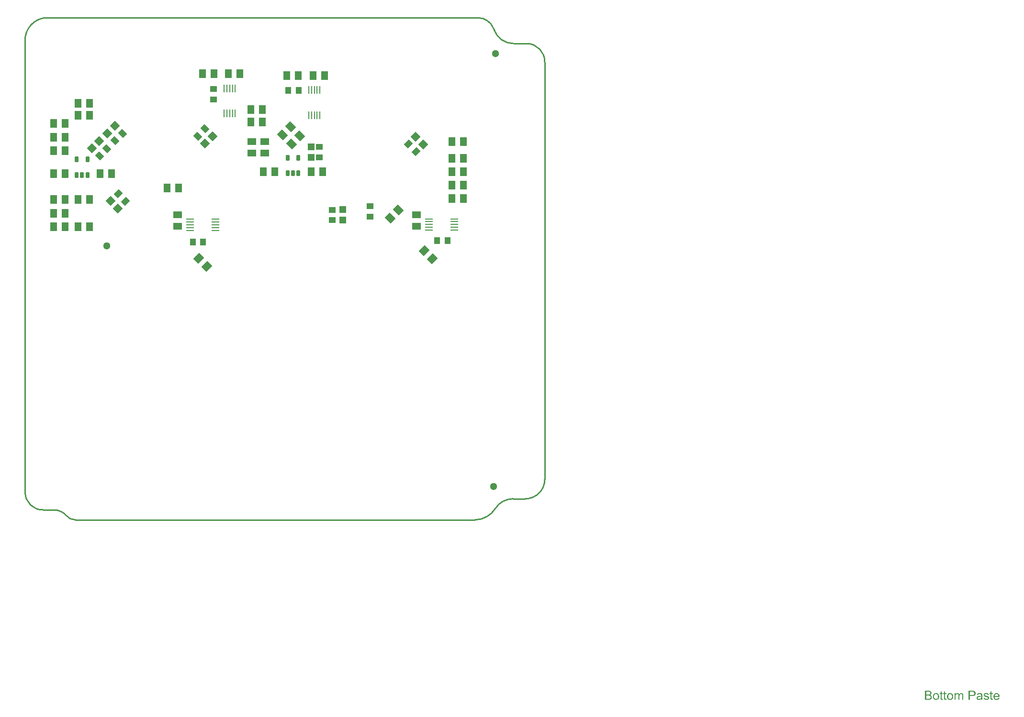
<source format=gbp>
G04*
G04 #@! TF.GenerationSoftware,Altium Limited,Altium Designer,18.1.7 (191)*
G04*
G04 Layer_Color=128*
%FSLAX25Y25*%
%MOIN*%
G70*
G01*
G75*
%ADD11C,0.01000*%
%ADD24R,0.04724X0.04724*%
%ADD26P,0.06681X4X270.0*%
%ADD27P,0.06681X4X180.0*%
%ADD36C,0.05118*%
G04:AMPARAMS|DCode=43|XSize=41.34mil|YSize=47.24mil|CornerRadius=0mil|HoleSize=0mil|Usage=FLASHONLY|Rotation=135.000|XOffset=0mil|YOffset=0mil|HoleType=Round|Shape=Rectangle|*
%AMROTATEDRECTD43*
4,1,4,0.03132,0.00209,-0.00209,-0.03132,-0.03132,-0.00209,0.00209,0.03132,0.03132,0.00209,0.0*
%
%ADD43ROTATEDRECTD43*%

%ADD44R,0.04724X0.04134*%
%ADD45R,0.04134X0.04724*%
G04:AMPARAMS|DCode=46|XSize=41.34mil|YSize=47.24mil|CornerRadius=0mil|HoleSize=0mil|Usage=FLASHONLY|Rotation=45.000|XOffset=0mil|YOffset=0mil|HoleType=Round|Shape=Rectangle|*
%AMROTATEDRECTD46*
4,1,4,0.00209,-0.03132,-0.03132,0.00209,-0.00209,0.03132,0.03132,-0.00209,0.00209,-0.03132,0.0*
%
%ADD46ROTATEDRECTD46*%

%ADD49R,0.04724X0.06000*%
G04:AMPARAMS|DCode=50|XSize=47.24mil|YSize=60mil|CornerRadius=0mil|HoleSize=0mil|Usage=FLASHONLY|Rotation=135.000|XOffset=0mil|YOffset=0mil|HoleType=Round|Shape=Rectangle|*
%AMROTATEDRECTD50*
4,1,4,0.03792,0.00451,-0.00451,-0.03792,-0.03792,-0.00451,0.00451,0.03792,0.03792,0.00451,0.0*
%
%ADD50ROTATEDRECTD50*%

%ADD51R,0.06000X0.04724*%
G04:AMPARAMS|DCode=106|XSize=47.24mil|YSize=60mil|CornerRadius=0mil|HoleSize=0mil|Usage=FLASHONLY|Rotation=225.000|XOffset=0mil|YOffset=0mil|HoleType=Round|Shape=Rectangle|*
%AMROTATEDRECTD106*
4,1,4,-0.00451,0.03792,0.03792,-0.00451,0.00451,-0.03792,-0.03792,0.00451,-0.00451,0.03792,0.0*
%
%ADD106ROTATEDRECTD106*%

G04:AMPARAMS|DCode=107|XSize=23.62mil|YSize=39.37mil|CornerRadius=2.01mil|HoleSize=0mil|Usage=FLASHONLY|Rotation=0.000|XOffset=0mil|YOffset=0mil|HoleType=Round|Shape=RoundedRectangle|*
%AMROUNDEDRECTD107*
21,1,0.02362,0.03535,0,0,0.0*
21,1,0.01961,0.03937,0,0,0.0*
1,1,0.00402,0.00980,-0.01768*
1,1,0.00402,-0.00980,-0.01768*
1,1,0.00402,-0.00980,0.01768*
1,1,0.00402,0.00980,0.01768*
%
%ADD107ROUNDEDRECTD107*%
%ADD108R,0.01100X0.05228*%
%ADD109R,0.05228X0.01100*%
G36*
X652420Y-120288D02*
X652483D01*
X652547Y-120298D01*
X652702Y-120325D01*
X652866Y-120370D01*
X653039Y-120443D01*
X653212Y-120534D01*
X653358Y-120662D01*
X653376Y-120680D01*
X653413Y-120735D01*
X653476Y-120817D01*
X653504Y-120881D01*
X653540Y-120944D01*
X653577Y-121026D01*
X653604Y-121108D01*
X653640Y-121200D01*
X653668Y-121309D01*
X653686Y-121418D01*
X653704Y-121546D01*
X653722Y-121673D01*
Y-121819D01*
Y-124953D01*
X652948D01*
Y-122083D01*
Y-122074D01*
Y-122065D01*
Y-122010D01*
Y-121928D01*
X652939Y-121828D01*
X652930Y-121719D01*
X652921Y-121609D01*
X652902Y-121500D01*
X652875Y-121418D01*
Y-121409D01*
X652857Y-121382D01*
X652839Y-121345D01*
X652811Y-121300D01*
X652775Y-121245D01*
X652729Y-121190D01*
X652675Y-121136D01*
X652602Y-121081D01*
X652593Y-121072D01*
X652565Y-121063D01*
X652529Y-121045D01*
X652465Y-121017D01*
X652401Y-120990D01*
X652319Y-120972D01*
X652237Y-120963D01*
X652137Y-120954D01*
X652092D01*
X652055Y-120963D01*
X651964Y-120972D01*
X651855Y-120990D01*
X651727Y-121036D01*
X651591Y-121090D01*
X651454Y-121172D01*
X651326Y-121281D01*
X651317Y-121300D01*
X651281Y-121345D01*
X651226Y-121418D01*
X651171Y-121527D01*
X651108Y-121673D01*
X651062Y-121846D01*
X651026Y-122056D01*
X651008Y-122302D01*
Y-124953D01*
X650233D01*
Y-121992D01*
Y-121983D01*
Y-121965D01*
Y-121947D01*
Y-121910D01*
X650224Y-121810D01*
X650206Y-121701D01*
X650188Y-121573D01*
X650151Y-121445D01*
X650106Y-121327D01*
X650042Y-121218D01*
X650033Y-121209D01*
X650005Y-121172D01*
X649960Y-121136D01*
X649896Y-121081D01*
X649814Y-121036D01*
X649705Y-120990D01*
X649577Y-120963D01*
X649422Y-120954D01*
X649368D01*
X649304Y-120963D01*
X649231Y-120972D01*
X649140Y-120999D01*
X649031Y-121026D01*
X648931Y-121072D01*
X648821Y-121127D01*
X648812Y-121136D01*
X648776Y-121163D01*
X648730Y-121200D01*
X648666Y-121254D01*
X648602Y-121327D01*
X648539Y-121418D01*
X648475Y-121518D01*
X648420Y-121637D01*
X648411Y-121655D01*
X648402Y-121701D01*
X648384Y-121773D01*
X648356Y-121874D01*
X648329Y-122010D01*
X648311Y-122174D01*
X648302Y-122365D01*
X648293Y-122584D01*
Y-124953D01*
X647518D01*
Y-120379D01*
X648211D01*
Y-121036D01*
X648220Y-121017D01*
X648247Y-120981D01*
X648302Y-120917D01*
X648366Y-120844D01*
X648448Y-120753D01*
X648548Y-120662D01*
X648657Y-120571D01*
X648785Y-120489D01*
X648803Y-120480D01*
X648848Y-120452D01*
X648921Y-120425D01*
X649022Y-120379D01*
X649140Y-120343D01*
X649277Y-120316D01*
X649432Y-120288D01*
X649595Y-120279D01*
X649678D01*
X649778Y-120288D01*
X649887Y-120307D01*
X650024Y-120334D01*
X650160Y-120370D01*
X650297Y-120425D01*
X650424Y-120498D01*
X650443Y-120507D01*
X650479Y-120534D01*
X650534Y-120580D01*
X650607Y-120653D01*
X650680Y-120735D01*
X650762Y-120835D01*
X650835Y-120954D01*
X650889Y-121090D01*
X650898Y-121081D01*
X650916Y-121054D01*
X650944Y-121017D01*
X650989Y-120963D01*
X651044Y-120899D01*
X651108Y-120835D01*
X651181Y-120762D01*
X651272Y-120680D01*
X651372Y-120607D01*
X651472Y-120534D01*
X651591Y-120471D01*
X651718Y-120407D01*
X651855Y-120352D01*
X652001Y-120316D01*
X652146Y-120288D01*
X652310Y-120279D01*
X652374D01*
X652420Y-120288D01*
D02*
G37*
G36*
X669783D02*
X669920Y-120298D01*
X670066Y-120316D01*
X670221Y-120352D01*
X670385Y-120389D01*
X670539Y-120443D01*
X670548D01*
X670558Y-120452D01*
X670603Y-120471D01*
X670676Y-120507D01*
X670767Y-120553D01*
X670867Y-120616D01*
X670968Y-120689D01*
X671059Y-120771D01*
X671141Y-120862D01*
X671150Y-120871D01*
X671168Y-120908D01*
X671204Y-120972D01*
X671250Y-121045D01*
X671295Y-121154D01*
X671341Y-121272D01*
X671378Y-121409D01*
X671414Y-121564D01*
X670658Y-121664D01*
Y-121646D01*
X670649Y-121609D01*
X670631Y-121546D01*
X670603Y-121464D01*
X670558Y-121382D01*
X670503Y-121291D01*
X670439Y-121200D01*
X670348Y-121117D01*
X670339Y-121108D01*
X670302Y-121090D01*
X670248Y-121054D01*
X670166Y-121017D01*
X670075Y-120981D01*
X669956Y-120944D01*
X669811Y-120926D01*
X669656Y-120917D01*
X669565D01*
X669474Y-120926D01*
X669355Y-120935D01*
X669237Y-120963D01*
X669109Y-120990D01*
X668991Y-121036D01*
X668890Y-121099D01*
X668881Y-121108D01*
X668854Y-121127D01*
X668818Y-121163D01*
X668781Y-121218D01*
X668736Y-121272D01*
X668699Y-121345D01*
X668672Y-121427D01*
X668663Y-121509D01*
Y-121518D01*
Y-121537D01*
X668672Y-121564D01*
Y-121600D01*
X668699Y-121691D01*
X668754Y-121783D01*
X668763Y-121792D01*
X668772Y-121801D01*
X668790Y-121828D01*
X668827Y-121855D01*
X668863Y-121883D01*
X668918Y-121919D01*
X668982Y-121947D01*
X669054Y-121983D01*
X669064D01*
X669082Y-121992D01*
X669118Y-122001D01*
X669182Y-122029D01*
X669273Y-122056D01*
X669391Y-122083D01*
X669464Y-122110D01*
X669546Y-122129D01*
X669637Y-122156D01*
X669738Y-122183D01*
X669747D01*
X669774Y-122192D01*
X669820Y-122202D01*
X669874Y-122220D01*
X669938Y-122238D01*
X670020Y-122256D01*
X670193Y-122311D01*
X670385Y-122365D01*
X670576Y-122429D01*
X670749Y-122493D01*
X670822Y-122520D01*
X670886Y-122548D01*
X670904Y-122557D01*
X670940Y-122575D01*
X670995Y-122602D01*
X671077Y-122648D01*
X671159Y-122703D01*
X671241Y-122775D01*
X671323Y-122857D01*
X671396Y-122949D01*
X671405Y-122958D01*
X671423Y-122994D01*
X671459Y-123049D01*
X671496Y-123131D01*
X671523Y-123231D01*
X671560Y-123340D01*
X671578Y-123468D01*
X671587Y-123614D01*
Y-123632D01*
Y-123677D01*
X671578Y-123750D01*
X671560Y-123851D01*
X671532Y-123960D01*
X671487Y-124078D01*
X671432Y-124215D01*
X671359Y-124342D01*
X671350Y-124361D01*
X671314Y-124397D01*
X671268Y-124461D01*
X671195Y-124534D01*
X671095Y-124616D01*
X670986Y-124707D01*
X670858Y-124789D01*
X670703Y-124871D01*
X670694D01*
X670685Y-124880D01*
X670631Y-124898D01*
X670539Y-124925D01*
X670421Y-124962D01*
X670275Y-124998D01*
X670111Y-125026D01*
X669938Y-125044D01*
X669738Y-125053D01*
X669656D01*
X669592Y-125044D01*
X669519D01*
X669428Y-125035D01*
X669337Y-125026D01*
X669237Y-125007D01*
X669018Y-124962D01*
X668790Y-124898D01*
X668572Y-124807D01*
X668471Y-124752D01*
X668380Y-124689D01*
X668371Y-124680D01*
X668362Y-124670D01*
X668307Y-124616D01*
X668225Y-124534D01*
X668134Y-124406D01*
X668034Y-124251D01*
X667934Y-124069D01*
X667852Y-123841D01*
X667788Y-123586D01*
X668553Y-123468D01*
Y-123477D01*
Y-123486D01*
X668572Y-123541D01*
X668590Y-123632D01*
X668626Y-123732D01*
X668672Y-123841D01*
X668726Y-123960D01*
X668809Y-124078D01*
X668909Y-124178D01*
X668927Y-124188D01*
X668963Y-124215D01*
X669036Y-124251D01*
X669127Y-124297D01*
X669246Y-124342D01*
X669382Y-124379D01*
X669546Y-124406D01*
X669738Y-124415D01*
X669829D01*
X669920Y-124406D01*
X670038Y-124388D01*
X670166Y-124361D01*
X670302Y-124324D01*
X670421Y-124279D01*
X670530Y-124206D01*
X670539Y-124197D01*
X670576Y-124169D01*
X670612Y-124124D01*
X670667Y-124060D01*
X670713Y-123987D01*
X670758Y-123896D01*
X670785Y-123805D01*
X670794Y-123696D01*
Y-123687D01*
Y-123650D01*
X670785Y-123605D01*
X670767Y-123541D01*
X670740Y-123477D01*
X670694Y-123413D01*
X670640Y-123340D01*
X670558Y-123286D01*
X670548Y-123276D01*
X670521Y-123267D01*
X670476Y-123240D01*
X670403Y-123213D01*
X670293Y-123176D01*
X670230Y-123149D01*
X670157Y-123131D01*
X670075Y-123103D01*
X669984Y-123076D01*
X669883Y-123049D01*
X669765Y-123021D01*
X669756D01*
X669729Y-123012D01*
X669683Y-123003D01*
X669628Y-122985D01*
X669556Y-122967D01*
X669474Y-122940D01*
X669300Y-122894D01*
X669100Y-122830D01*
X668909Y-122775D01*
X668726Y-122712D01*
X668645Y-122675D01*
X668581Y-122648D01*
X668563Y-122639D01*
X668526Y-122621D01*
X668471Y-122584D01*
X668399Y-122539D01*
X668317Y-122475D01*
X668235Y-122402D01*
X668153Y-122320D01*
X668080Y-122220D01*
X668071Y-122211D01*
X668052Y-122174D01*
X668025Y-122110D01*
X667998Y-122038D01*
X667970Y-121947D01*
X667943Y-121837D01*
X667925Y-121728D01*
X667916Y-121600D01*
Y-121582D01*
Y-121546D01*
X667925Y-121491D01*
X667934Y-121409D01*
X667952Y-121327D01*
X667970Y-121227D01*
X668007Y-121136D01*
X668052Y-121036D01*
X668061Y-121026D01*
X668080Y-120990D01*
X668107Y-120944D01*
X668153Y-120881D01*
X668207Y-120817D01*
X668271Y-120735D01*
X668344Y-120662D01*
X668435Y-120598D01*
X668444Y-120589D01*
X668471Y-120580D01*
X668508Y-120553D01*
X668563Y-120525D01*
X668635Y-120489D01*
X668717Y-120452D01*
X668818Y-120416D01*
X668927Y-120379D01*
X668945Y-120370D01*
X668982Y-120361D01*
X669045Y-120343D01*
X669127Y-120325D01*
X669228Y-120307D01*
X669337Y-120298D01*
X669464Y-120279D01*
X669683D01*
X669783Y-120288D01*
D02*
G37*
G36*
X665329D02*
X665465Y-120298D01*
X665620Y-120316D01*
X665775Y-120343D01*
X665930Y-120379D01*
X666076Y-120425D01*
X666094Y-120434D01*
X666139Y-120452D01*
X666203Y-120480D01*
X666285Y-120516D01*
X666376Y-120571D01*
X666467Y-120625D01*
X666549Y-120698D01*
X666622Y-120771D01*
X666631Y-120780D01*
X666649Y-120808D01*
X666677Y-120853D01*
X666713Y-120908D01*
X666759Y-120990D01*
X666795Y-121072D01*
X666832Y-121172D01*
X666859Y-121291D01*
Y-121300D01*
X666868Y-121327D01*
X666877Y-121382D01*
X666886Y-121455D01*
Y-121555D01*
X666895Y-121673D01*
X666904Y-121828D01*
Y-122001D01*
Y-123040D01*
Y-123049D01*
Y-123085D01*
Y-123140D01*
Y-123213D01*
Y-123295D01*
Y-123395D01*
X666914Y-123614D01*
Y-123841D01*
X666923Y-124069D01*
X666932Y-124169D01*
Y-124260D01*
X666941Y-124342D01*
X666950Y-124406D01*
Y-124415D01*
X666959Y-124452D01*
X666968Y-124506D01*
X666996Y-124579D01*
X667014Y-124661D01*
X667050Y-124752D01*
X667096Y-124853D01*
X667141Y-124953D01*
X666331D01*
X666322Y-124944D01*
X666312Y-124907D01*
X666294Y-124862D01*
X666267Y-124789D01*
X666240Y-124707D01*
X666221Y-124607D01*
X666203Y-124497D01*
X666185Y-124379D01*
X666176D01*
X666167Y-124397D01*
X666112Y-124443D01*
X666030Y-124506D01*
X665921Y-124588D01*
X665784Y-124670D01*
X665647Y-124761D01*
X665502Y-124844D01*
X665347Y-124907D01*
X665329Y-124916D01*
X665274Y-124925D01*
X665192Y-124953D01*
X665092Y-124980D01*
X664964Y-125007D01*
X664818Y-125026D01*
X664654Y-125044D01*
X664490Y-125053D01*
X664418D01*
X664363Y-125044D01*
X664299D01*
X664226Y-125035D01*
X664062Y-125007D01*
X663880Y-124962D01*
X663680Y-124898D01*
X663497Y-124807D01*
X663333Y-124689D01*
X663315Y-124670D01*
X663270Y-124625D01*
X663206Y-124543D01*
X663133Y-124434D01*
X663060Y-124297D01*
X662996Y-124142D01*
X662951Y-123951D01*
X662942Y-123860D01*
X662932Y-123750D01*
Y-123732D01*
Y-123696D01*
X662942Y-123632D01*
X662951Y-123550D01*
X662969Y-123450D01*
X662996Y-123349D01*
X663033Y-123240D01*
X663078Y-123140D01*
X663087Y-123131D01*
X663106Y-123094D01*
X663142Y-123040D01*
X663188Y-122976D01*
X663242Y-122903D01*
X663315Y-122830D01*
X663388Y-122757D01*
X663479Y-122694D01*
X663488Y-122684D01*
X663525Y-122666D01*
X663570Y-122630D01*
X663643Y-122593D01*
X663725Y-122557D01*
X663825Y-122511D01*
X663926Y-122475D01*
X664044Y-122438D01*
X664053D01*
X664089Y-122429D01*
X664144Y-122411D01*
X664217Y-122402D01*
X664308Y-122384D01*
X664427Y-122365D01*
X664563Y-122338D01*
X664727Y-122320D01*
X664736D01*
X664773Y-122311D01*
X664818D01*
X664882Y-122302D01*
X664955Y-122293D01*
X665046Y-122274D01*
X665146Y-122265D01*
X665256Y-122247D01*
X665474Y-122202D01*
X665711Y-122156D01*
X665921Y-122101D01*
X666021Y-122074D01*
X666112Y-122047D01*
Y-122038D01*
Y-122019D01*
X666121Y-121965D01*
Y-121901D01*
Y-121864D01*
Y-121846D01*
Y-121837D01*
Y-121828D01*
Y-121773D01*
X666112Y-121682D01*
X666094Y-121582D01*
X666066Y-121473D01*
X666021Y-121363D01*
X665966Y-121263D01*
X665893Y-121181D01*
X665884Y-121172D01*
X665839Y-121136D01*
X665766Y-121099D01*
X665675Y-121045D01*
X665547Y-120999D01*
X665401Y-120954D01*
X665219Y-120926D01*
X665010Y-120917D01*
X664919D01*
X664827Y-120926D01*
X664700Y-120944D01*
X664572Y-120963D01*
X664436Y-120999D01*
X664308Y-121045D01*
X664199Y-121108D01*
X664190Y-121117D01*
X664153Y-121145D01*
X664108Y-121190D01*
X664053Y-121263D01*
X663998Y-121354D01*
X663935Y-121473D01*
X663880Y-121618D01*
X663825Y-121783D01*
X663069Y-121682D01*
Y-121673D01*
X663078Y-121664D01*
Y-121637D01*
X663087Y-121600D01*
X663115Y-121518D01*
X663151Y-121400D01*
X663197Y-121281D01*
X663251Y-121154D01*
X663324Y-121026D01*
X663406Y-120908D01*
X663415Y-120899D01*
X663452Y-120862D01*
X663507Y-120808D01*
X663579Y-120735D01*
X663680Y-120662D01*
X663798Y-120589D01*
X663935Y-120507D01*
X664089Y-120443D01*
X664099D01*
X664108Y-120434D01*
X664135Y-120425D01*
X664172Y-120416D01*
X664263Y-120389D01*
X664390Y-120361D01*
X664536Y-120334D01*
X664718Y-120307D01*
X664909Y-120288D01*
X665128Y-120279D01*
X665228D01*
X665329Y-120288D01*
D02*
G37*
G36*
X660145Y-118658D02*
X660300Y-118667D01*
X660464Y-118676D01*
X660619Y-118694D01*
X660755Y-118712D01*
X660774D01*
X660837Y-118731D01*
X660919Y-118749D01*
X661028Y-118776D01*
X661147Y-118822D01*
X661274Y-118876D01*
X661411Y-118940D01*
X661530Y-119013D01*
X661548Y-119022D01*
X661584Y-119050D01*
X661639Y-119104D01*
X661712Y-119168D01*
X661794Y-119250D01*
X661876Y-119359D01*
X661967Y-119478D01*
X662040Y-119614D01*
X662049Y-119632D01*
X662067Y-119678D01*
X662104Y-119760D01*
X662140Y-119869D01*
X662167Y-119997D01*
X662204Y-120143D01*
X662222Y-120307D01*
X662231Y-120480D01*
Y-120489D01*
Y-120516D01*
Y-120553D01*
X662222Y-120616D01*
X662213Y-120680D01*
X662204Y-120762D01*
X662185Y-120853D01*
X662167Y-120954D01*
X662104Y-121163D01*
X662067Y-121272D01*
X662012Y-121391D01*
X661949Y-121509D01*
X661885Y-121618D01*
X661803Y-121728D01*
X661712Y-121837D01*
X661703Y-121846D01*
X661685Y-121864D01*
X661657Y-121892D01*
X661612Y-121919D01*
X661557Y-121965D01*
X661484Y-122010D01*
X661393Y-122065D01*
X661293Y-122110D01*
X661174Y-122165D01*
X661038Y-122220D01*
X660892Y-122265D01*
X660719Y-122302D01*
X660537Y-122338D01*
X660336Y-122365D01*
X660108Y-122384D01*
X659872Y-122393D01*
X658259D01*
Y-124953D01*
X657421D01*
Y-118649D01*
X660008D01*
X660145Y-118658D01*
D02*
G37*
G36*
X629554D02*
X629626D01*
X629790Y-118676D01*
X629973Y-118694D01*
X630164Y-118731D01*
X630355Y-118776D01*
X630528Y-118840D01*
X630537D01*
X630547Y-118849D01*
X630601Y-118876D01*
X630683Y-118922D01*
X630774Y-118986D01*
X630884Y-119068D01*
X631002Y-119168D01*
X631111Y-119296D01*
X631212Y-119432D01*
X631221Y-119450D01*
X631248Y-119505D01*
X631293Y-119578D01*
X631339Y-119687D01*
X631385Y-119815D01*
X631430Y-119951D01*
X631458Y-120106D01*
X631467Y-120261D01*
Y-120279D01*
Y-120325D01*
X631458Y-120407D01*
X631439Y-120507D01*
X631412Y-120625D01*
X631366Y-120753D01*
X631312Y-120881D01*
X631239Y-121017D01*
X631230Y-121036D01*
X631202Y-121072D01*
X631148Y-121145D01*
X631075Y-121218D01*
X630984Y-121309D01*
X630874Y-121409D01*
X630738Y-121500D01*
X630583Y-121591D01*
X630592D01*
X630610Y-121600D01*
X630638Y-121609D01*
X630674Y-121628D01*
X630783Y-121664D01*
X630911Y-121728D01*
X631047Y-121810D01*
X631202Y-121910D01*
X631339Y-122029D01*
X631467Y-122174D01*
X631476Y-122192D01*
X631512Y-122247D01*
X631567Y-122329D01*
X631622Y-122438D01*
X631676Y-122584D01*
X631731Y-122739D01*
X631767Y-122921D01*
X631776Y-123122D01*
Y-123131D01*
Y-123140D01*
Y-123195D01*
X631767Y-123286D01*
X631749Y-123395D01*
X631731Y-123522D01*
X631694Y-123659D01*
X631649Y-123805D01*
X631585Y-123951D01*
X631576Y-123969D01*
X631549Y-124014D01*
X631512Y-124078D01*
X631458Y-124169D01*
X631385Y-124260D01*
X631312Y-124361D01*
X631221Y-124461D01*
X631120Y-124543D01*
X631111Y-124552D01*
X631075Y-124579D01*
X631011Y-124616D01*
X630929Y-124652D01*
X630829Y-124707D01*
X630711Y-124761D01*
X630583Y-124807D01*
X630428Y-124853D01*
X630410D01*
X630355Y-124871D01*
X630264Y-124880D01*
X630146Y-124898D01*
X630000Y-124916D01*
X629827Y-124934D01*
X629635Y-124944D01*
X629417Y-124953D01*
X627012D01*
Y-118649D01*
X629490D01*
X629554Y-118658D01*
D02*
G37*
G36*
X673409Y-120379D02*
X674192D01*
Y-120981D01*
X673409D01*
Y-123668D01*
Y-123687D01*
Y-123723D01*
Y-123778D01*
X673418Y-123841D01*
X673427Y-123987D01*
X673436Y-124051D01*
X673446Y-124096D01*
X673455Y-124115D01*
X673482Y-124151D01*
X673518Y-124197D01*
X673582Y-124242D01*
X673600Y-124251D01*
X673646Y-124269D01*
X673728Y-124288D01*
X673846Y-124297D01*
X673937D01*
X673983Y-124288D01*
X674047D01*
X674120Y-124279D01*
X674192Y-124269D01*
X674293Y-124953D01*
X674274D01*
X674238Y-124962D01*
X674174Y-124971D01*
X674092Y-124980D01*
X674001Y-124998D01*
X673901Y-125007D01*
X673701Y-125016D01*
X673628D01*
X673555Y-125007D01*
X673464Y-124998D01*
X673354Y-124989D01*
X673245Y-124962D01*
X673145Y-124934D01*
X673045Y-124889D01*
X673035Y-124880D01*
X673008Y-124862D01*
X672972Y-124834D01*
X672917Y-124789D01*
X672871Y-124743D01*
X672817Y-124680D01*
X672762Y-124616D01*
X672726Y-124534D01*
Y-124525D01*
X672708Y-124488D01*
X672698Y-124424D01*
X672680Y-124333D01*
X672662Y-124215D01*
X672653Y-124142D01*
Y-124060D01*
X672644Y-123960D01*
X672635Y-123860D01*
Y-123750D01*
Y-123623D01*
Y-120981D01*
X672061D01*
Y-120379D01*
X672635D01*
Y-119250D01*
X673409Y-118785D01*
Y-120379D01*
D02*
G37*
G36*
X641078D02*
X641861D01*
Y-120981D01*
X641078D01*
Y-123668D01*
Y-123687D01*
Y-123723D01*
Y-123778D01*
X641087Y-123841D01*
X641096Y-123987D01*
X641105Y-124051D01*
X641114Y-124096D01*
X641123Y-124115D01*
X641151Y-124151D01*
X641187Y-124197D01*
X641251Y-124242D01*
X641269Y-124251D01*
X641315Y-124269D01*
X641397Y-124288D01*
X641515Y-124297D01*
X641606D01*
X641652Y-124288D01*
X641715D01*
X641788Y-124279D01*
X641861Y-124269D01*
X641961Y-124953D01*
X641943D01*
X641907Y-124962D01*
X641843Y-124971D01*
X641761Y-124980D01*
X641670Y-124998D01*
X641570Y-125007D01*
X641369Y-125016D01*
X641296D01*
X641223Y-125007D01*
X641132Y-124998D01*
X641023Y-124989D01*
X640914Y-124962D01*
X640813Y-124934D01*
X640713Y-124889D01*
X640704Y-124880D01*
X640677Y-124862D01*
X640640Y-124834D01*
X640586Y-124789D01*
X640540Y-124743D01*
X640485Y-124680D01*
X640431Y-124616D01*
X640394Y-124534D01*
Y-124525D01*
X640376Y-124488D01*
X640367Y-124424D01*
X640349Y-124333D01*
X640331Y-124215D01*
X640321Y-124142D01*
Y-124060D01*
X640312Y-123960D01*
X640303Y-123860D01*
Y-123750D01*
Y-123623D01*
Y-120981D01*
X639729D01*
Y-120379D01*
X640303D01*
Y-119250D01*
X641078Y-118785D01*
Y-120379D01*
D02*
G37*
G36*
X638627D02*
X639410D01*
Y-120981D01*
X638627D01*
Y-123668D01*
Y-123687D01*
Y-123723D01*
Y-123778D01*
X638636Y-123841D01*
X638645Y-123987D01*
X638654Y-124051D01*
X638663Y-124096D01*
X638673Y-124115D01*
X638700Y-124151D01*
X638736Y-124197D01*
X638800Y-124242D01*
X638818Y-124251D01*
X638864Y-124269D01*
X638946Y-124288D01*
X639064Y-124297D01*
X639155D01*
X639201Y-124288D01*
X639265D01*
X639338Y-124279D01*
X639410Y-124269D01*
X639511Y-124953D01*
X639493D01*
X639456Y-124962D01*
X639392Y-124971D01*
X639310Y-124980D01*
X639219Y-124998D01*
X639119Y-125007D01*
X638919Y-125016D01*
X638846D01*
X638773Y-125007D01*
X638682Y-124998D01*
X638572Y-124989D01*
X638463Y-124962D01*
X638363Y-124934D01*
X638263Y-124889D01*
X638253Y-124880D01*
X638226Y-124862D01*
X638190Y-124834D01*
X638135Y-124789D01*
X638090Y-124743D01*
X638035Y-124680D01*
X637980Y-124616D01*
X637944Y-124534D01*
Y-124525D01*
X637926Y-124488D01*
X637917Y-124424D01*
X637898Y-124333D01*
X637880Y-124215D01*
X637871Y-124142D01*
Y-124060D01*
X637862Y-123960D01*
X637853Y-123860D01*
Y-123750D01*
Y-123623D01*
Y-120981D01*
X637279D01*
Y-120379D01*
X637853D01*
Y-119250D01*
X638627Y-118785D01*
Y-120379D01*
D02*
G37*
G36*
X676980Y-120288D02*
X677053Y-120298D01*
X677144Y-120316D01*
X677244Y-120334D01*
X677363Y-120361D01*
X677472Y-120389D01*
X677600Y-120434D01*
X677718Y-120480D01*
X677846Y-120544D01*
X677973Y-120616D01*
X678101Y-120698D01*
X678219Y-120799D01*
X678328Y-120908D01*
X678337Y-120917D01*
X678356Y-120935D01*
X678383Y-120972D01*
X678419Y-121026D01*
X678465Y-121090D01*
X678511Y-121163D01*
X678565Y-121254D01*
X678620Y-121363D01*
X678675Y-121482D01*
X678729Y-121609D01*
X678775Y-121755D01*
X678820Y-121910D01*
X678857Y-122083D01*
X678884Y-122265D01*
X678902Y-122457D01*
X678911Y-122666D01*
Y-122675D01*
Y-122712D01*
Y-122775D01*
X678902Y-122867D01*
X675486D01*
Y-122876D01*
Y-122903D01*
X675495Y-122940D01*
Y-122994D01*
X675504Y-123058D01*
X675523Y-123131D01*
X675550Y-123295D01*
X675604Y-123477D01*
X675677Y-123677D01*
X675778Y-123860D01*
X675905Y-124024D01*
X675914D01*
X675923Y-124042D01*
X675978Y-124087D01*
X676060Y-124151D01*
X676169Y-124215D01*
X676315Y-124288D01*
X676479Y-124352D01*
X676661Y-124397D01*
X676761Y-124406D01*
X676871Y-124415D01*
X676944D01*
X677026Y-124406D01*
X677126Y-124388D01*
X677235Y-124361D01*
X677363Y-124324D01*
X677481Y-124269D01*
X677600Y-124197D01*
X677609Y-124188D01*
X677654Y-124151D01*
X677709Y-124096D01*
X677773Y-124024D01*
X677846Y-123923D01*
X677928Y-123796D01*
X678010Y-123650D01*
X678083Y-123477D01*
X678884Y-123577D01*
Y-123586D01*
X678875Y-123605D01*
X678866Y-123641D01*
X678848Y-123696D01*
X678820Y-123750D01*
X678793Y-123823D01*
X678720Y-123978D01*
X678629Y-124151D01*
X678502Y-124333D01*
X678356Y-124506D01*
X678174Y-124670D01*
X678164D01*
X678146Y-124689D01*
X678119Y-124707D01*
X678083Y-124734D01*
X678028Y-124761D01*
X677973Y-124789D01*
X677900Y-124825D01*
X677818Y-124862D01*
X677727Y-124898D01*
X677636Y-124934D01*
X677408Y-124989D01*
X677153Y-125035D01*
X676871Y-125053D01*
X676771D01*
X676707Y-125044D01*
X676625Y-125035D01*
X676525Y-125016D01*
X676415Y-124998D01*
X676297Y-124980D01*
X676042Y-124907D01*
X675905Y-124853D01*
X675778Y-124798D01*
X675641Y-124725D01*
X675513Y-124643D01*
X675395Y-124552D01*
X675277Y-124443D01*
X675268Y-124434D01*
X675249Y-124415D01*
X675222Y-124379D01*
X675185Y-124324D01*
X675140Y-124260D01*
X675094Y-124188D01*
X675040Y-124096D01*
X674985Y-123996D01*
X674930Y-123878D01*
X674876Y-123750D01*
X674830Y-123605D01*
X674785Y-123450D01*
X674748Y-123286D01*
X674721Y-123103D01*
X674703Y-122912D01*
X674693Y-122712D01*
Y-122703D01*
Y-122657D01*
Y-122602D01*
X674703Y-122520D01*
X674712Y-122420D01*
X674721Y-122311D01*
X674739Y-122183D01*
X674766Y-122056D01*
X674839Y-121764D01*
X674885Y-121618D01*
X674939Y-121464D01*
X675012Y-121318D01*
X675094Y-121181D01*
X675185Y-121045D01*
X675286Y-120917D01*
X675295Y-120908D01*
X675313Y-120890D01*
X675350Y-120862D01*
X675395Y-120817D01*
X675450Y-120771D01*
X675523Y-120717D01*
X675604Y-120653D01*
X675705Y-120598D01*
X675805Y-120534D01*
X675923Y-120480D01*
X676051Y-120425D01*
X676188Y-120379D01*
X676333Y-120334D01*
X676488Y-120307D01*
X676652Y-120288D01*
X676825Y-120279D01*
X676916D01*
X676980Y-120288D01*
D02*
G37*
G36*
X644630D02*
X644712Y-120298D01*
X644804Y-120316D01*
X644904Y-120334D01*
X645022Y-120352D01*
X645268Y-120434D01*
X645396Y-120480D01*
X645523Y-120544D01*
X645651Y-120607D01*
X645778Y-120698D01*
X645897Y-120790D01*
X646015Y-120899D01*
X646024Y-120908D01*
X646043Y-120926D01*
X646070Y-120963D01*
X646106Y-121008D01*
X646152Y-121072D01*
X646207Y-121154D01*
X646261Y-121245D01*
X646316Y-121345D01*
X646371Y-121455D01*
X646425Y-121591D01*
X646480Y-121728D01*
X646525Y-121883D01*
X646562Y-122047D01*
X646589Y-122220D01*
X646607Y-122402D01*
X646617Y-122602D01*
Y-122611D01*
Y-122639D01*
Y-122684D01*
Y-122748D01*
X646607Y-122821D01*
X646598Y-122912D01*
Y-123003D01*
X646580Y-123103D01*
X646553Y-123331D01*
X646498Y-123559D01*
X646434Y-123787D01*
X646343Y-123996D01*
Y-124005D01*
X646334Y-124014D01*
X646316Y-124042D01*
X646298Y-124078D01*
X646234Y-124169D01*
X646152Y-124279D01*
X646043Y-124406D01*
X645906Y-124534D01*
X645751Y-124661D01*
X645569Y-124780D01*
X645560D01*
X645551Y-124789D01*
X645523Y-124807D01*
X645478Y-124825D01*
X645432Y-124844D01*
X645378Y-124862D01*
X645241Y-124916D01*
X645086Y-124962D01*
X644895Y-125007D01*
X644694Y-125044D01*
X644476Y-125053D01*
X644385D01*
X644312Y-125044D01*
X644230Y-125035D01*
X644139Y-125016D01*
X644029Y-124998D01*
X643920Y-124980D01*
X643674Y-124907D01*
X643537Y-124853D01*
X643410Y-124798D01*
X643282Y-124725D01*
X643155Y-124643D01*
X643036Y-124552D01*
X642918Y-124443D01*
X642909Y-124434D01*
X642891Y-124415D01*
X642863Y-124379D01*
X642827Y-124324D01*
X642781Y-124260D01*
X642736Y-124188D01*
X642681Y-124096D01*
X642626Y-123987D01*
X642572Y-123869D01*
X642517Y-123732D01*
X642472Y-123586D01*
X642426Y-123431D01*
X642389Y-123258D01*
X642362Y-123076D01*
X642344Y-122876D01*
X642335Y-122666D01*
Y-122648D01*
Y-122611D01*
X642344Y-122548D01*
Y-122457D01*
X642353Y-122356D01*
X642371Y-122229D01*
X642389Y-122101D01*
X642426Y-121956D01*
X642462Y-121810D01*
X642508Y-121655D01*
X642563Y-121491D01*
X642635Y-121336D01*
X642708Y-121190D01*
X642808Y-121045D01*
X642909Y-120908D01*
X643036Y-120790D01*
X643045Y-120780D01*
X643064Y-120771D01*
X643100Y-120744D01*
X643146Y-120707D01*
X643200Y-120671D01*
X643273Y-120625D01*
X643346Y-120580D01*
X643437Y-120534D01*
X643537Y-120489D01*
X643647Y-120443D01*
X643893Y-120361D01*
X644175Y-120298D01*
X644321Y-120288D01*
X644476Y-120279D01*
X644567D01*
X644630Y-120288D01*
D02*
G37*
G36*
X634828D02*
X634910Y-120298D01*
X635001Y-120316D01*
X635102Y-120334D01*
X635220Y-120352D01*
X635466Y-120434D01*
X635593Y-120480D01*
X635721Y-120544D01*
X635849Y-120607D01*
X635976Y-120698D01*
X636095Y-120790D01*
X636213Y-120899D01*
X636222Y-120908D01*
X636240Y-120926D01*
X636268Y-120963D01*
X636304Y-121008D01*
X636349Y-121072D01*
X636404Y-121154D01*
X636459Y-121245D01*
X636514Y-121345D01*
X636568Y-121455D01*
X636623Y-121591D01*
X636678Y-121728D01*
X636723Y-121883D01*
X636760Y-122047D01*
X636787Y-122220D01*
X636805Y-122402D01*
X636814Y-122602D01*
Y-122611D01*
Y-122639D01*
Y-122684D01*
Y-122748D01*
X636805Y-122821D01*
X636796Y-122912D01*
Y-123003D01*
X636778Y-123103D01*
X636750Y-123331D01*
X636696Y-123559D01*
X636632Y-123787D01*
X636541Y-123996D01*
Y-124005D01*
X636532Y-124014D01*
X636514Y-124042D01*
X636495Y-124078D01*
X636432Y-124169D01*
X636349Y-124279D01*
X636240Y-124406D01*
X636104Y-124534D01*
X635949Y-124661D01*
X635767Y-124780D01*
X635757D01*
X635748Y-124789D01*
X635721Y-124807D01*
X635675Y-124825D01*
X635630Y-124844D01*
X635575Y-124862D01*
X635439Y-124916D01*
X635284Y-124962D01*
X635092Y-125007D01*
X634892Y-125044D01*
X634673Y-125053D01*
X634582D01*
X634509Y-125044D01*
X634427Y-125035D01*
X634336Y-125016D01*
X634227Y-124998D01*
X634118Y-124980D01*
X633872Y-124907D01*
X633735Y-124853D01*
X633607Y-124798D01*
X633480Y-124725D01*
X633352Y-124643D01*
X633234Y-124552D01*
X633115Y-124443D01*
X633106Y-124434D01*
X633088Y-124415D01*
X633061Y-124379D01*
X633024Y-124324D01*
X632979Y-124260D01*
X632933Y-124188D01*
X632879Y-124096D01*
X632824Y-123987D01*
X632769Y-123869D01*
X632715Y-123732D01*
X632669Y-123586D01*
X632624Y-123431D01*
X632587Y-123258D01*
X632560Y-123076D01*
X632542Y-122876D01*
X632533Y-122666D01*
Y-122648D01*
Y-122611D01*
X632542Y-122548D01*
Y-122457D01*
X632551Y-122356D01*
X632569Y-122229D01*
X632587Y-122101D01*
X632624Y-121956D01*
X632660Y-121810D01*
X632706Y-121655D01*
X632760Y-121491D01*
X632833Y-121336D01*
X632906Y-121190D01*
X633006Y-121045D01*
X633106Y-120908D01*
X633234Y-120790D01*
X633243Y-120780D01*
X633261Y-120771D01*
X633298Y-120744D01*
X633343Y-120707D01*
X633398Y-120671D01*
X633471Y-120625D01*
X633544Y-120580D01*
X633635Y-120534D01*
X633735Y-120489D01*
X633844Y-120443D01*
X634090Y-120361D01*
X634373Y-120298D01*
X634518Y-120288D01*
X634673Y-120279D01*
X634764D01*
X634828Y-120288D01*
D02*
G37*
%LPC*%
G36*
X666121Y-122657D02*
X666112D01*
X666103Y-122666D01*
X666076Y-122675D01*
X666039Y-122684D01*
X665993Y-122703D01*
X665939Y-122721D01*
X665875Y-122739D01*
X665802Y-122757D01*
X665720Y-122785D01*
X665620Y-122803D01*
X665520Y-122830D01*
X665401Y-122857D01*
X665274Y-122885D01*
X665146Y-122912D01*
X665000Y-122930D01*
X664846Y-122958D01*
X664827D01*
X664773Y-122967D01*
X664682Y-122985D01*
X664581Y-123003D01*
X664472Y-123021D01*
X664363Y-123049D01*
X664263Y-123076D01*
X664172Y-123113D01*
X664162D01*
X664135Y-123131D01*
X664099Y-123149D01*
X664062Y-123176D01*
X663953Y-123249D01*
X663862Y-123359D01*
Y-123368D01*
X663843Y-123386D01*
X663834Y-123422D01*
X663816Y-123468D01*
X663798Y-123522D01*
X663780Y-123577D01*
X663771Y-123650D01*
X663762Y-123723D01*
Y-123732D01*
Y-123778D01*
X663771Y-123832D01*
X663789Y-123905D01*
X663816Y-123987D01*
X663862Y-124069D01*
X663916Y-124160D01*
X663989Y-124242D01*
X663998Y-124251D01*
X664035Y-124269D01*
X664089Y-124306D01*
X664162Y-124342D01*
X664263Y-124379D01*
X664381Y-124415D01*
X664518Y-124434D01*
X664682Y-124443D01*
X664754D01*
X664846Y-124434D01*
X664946Y-124415D01*
X665073Y-124397D01*
X665201Y-124361D01*
X665338Y-124315D01*
X665474Y-124251D01*
X665492Y-124242D01*
X665529Y-124215D01*
X665593Y-124169D01*
X665665Y-124106D01*
X665747Y-124033D01*
X665839Y-123942D01*
X665911Y-123832D01*
X665984Y-123714D01*
X665993Y-123705D01*
X666003Y-123668D01*
X666021Y-123605D01*
X666048Y-123522D01*
X666076Y-123413D01*
X666094Y-123286D01*
X666103Y-123131D01*
X666112Y-122949D01*
X666121Y-122657D01*
D02*
G37*
G36*
X660063Y-119396D02*
X658259D01*
Y-121646D01*
X659954D01*
X660017Y-121637D01*
X660081D01*
X660154Y-121628D01*
X660327Y-121609D01*
X660518Y-121573D01*
X660710Y-121518D01*
X660883Y-121445D01*
X660965Y-121400D01*
X661028Y-121345D01*
X661047Y-121327D01*
X661083Y-121291D01*
X661138Y-121218D01*
X661202Y-121127D01*
X661265Y-121008D01*
X661320Y-120862D01*
X661356Y-120698D01*
X661375Y-120507D01*
Y-120498D01*
Y-120489D01*
Y-120443D01*
X661366Y-120361D01*
X661347Y-120270D01*
X661329Y-120170D01*
X661293Y-120052D01*
X661238Y-119942D01*
X661174Y-119833D01*
X661165Y-119824D01*
X661138Y-119787D01*
X661092Y-119742D01*
X661038Y-119678D01*
X660956Y-119614D01*
X660865Y-119560D01*
X660764Y-119505D01*
X660646Y-119459D01*
X660637D01*
X660600Y-119450D01*
X660546Y-119441D01*
X660473Y-119423D01*
X660363Y-119414D01*
X660227Y-119405D01*
X660063Y-119396D01*
D02*
G37*
G36*
X629344D02*
X627850D01*
Y-121291D01*
X629399D01*
X629517Y-121281D01*
X629645Y-121272D01*
X629772Y-121263D01*
X629900Y-121245D01*
X630000Y-121227D01*
X630018Y-121218D01*
X630055Y-121209D01*
X630109Y-121181D01*
X630182Y-121145D01*
X630255Y-121108D01*
X630337Y-121054D01*
X630419Y-120981D01*
X630483Y-120908D01*
X630492Y-120899D01*
X630510Y-120871D01*
X630537Y-120817D01*
X630565Y-120753D01*
X630592Y-120680D01*
X630619Y-120589D01*
X630638Y-120480D01*
X630647Y-120361D01*
Y-120343D01*
Y-120307D01*
X630638Y-120252D01*
X630628Y-120179D01*
X630610Y-120088D01*
X630583Y-119997D01*
X630547Y-119906D01*
X630492Y-119815D01*
X630483Y-119806D01*
X630465Y-119778D01*
X630428Y-119733D01*
X630382Y-119687D01*
X630319Y-119632D01*
X630246Y-119578D01*
X630155Y-119523D01*
X630055Y-119487D01*
X630045D01*
X630000Y-119469D01*
X629936Y-119459D01*
X629836Y-119441D01*
X629699Y-119423D01*
X629544Y-119414D01*
X629344Y-119396D01*
D02*
G37*
G36*
X629508Y-122038D02*
X627850D01*
Y-124206D01*
X629645D01*
X629836Y-124197D01*
X629918Y-124188D01*
X629991Y-124178D01*
X630000D01*
X630036Y-124169D01*
X630091Y-124160D01*
X630155Y-124142D01*
X630310Y-124087D01*
X630465Y-124014D01*
X630474Y-124005D01*
X630501Y-123987D01*
X630537Y-123960D01*
X630583Y-123923D01*
X630628Y-123869D01*
X630692Y-123814D01*
X630738Y-123741D01*
X630793Y-123659D01*
X630802Y-123650D01*
X630811Y-123623D01*
X630829Y-123568D01*
X630856Y-123504D01*
X630884Y-123431D01*
X630902Y-123340D01*
X630911Y-123231D01*
X630920Y-123122D01*
Y-123103D01*
Y-123067D01*
X630911Y-122994D01*
X630893Y-122912D01*
X630874Y-122821D01*
X630838Y-122721D01*
X630793Y-122621D01*
X630729Y-122520D01*
X630720Y-122511D01*
X630692Y-122475D01*
X630656Y-122429D01*
X630601Y-122375D01*
X630528Y-122311D01*
X630437Y-122247D01*
X630337Y-122192D01*
X630219Y-122147D01*
X630200Y-122138D01*
X630164Y-122129D01*
X630082Y-122110D01*
X629982Y-122092D01*
X629854Y-122074D01*
X629699Y-122056D01*
X629508Y-122038D01*
D02*
G37*
G36*
X676834Y-120917D02*
X676780D01*
X676743Y-120926D01*
X676643Y-120935D01*
X676525Y-120963D01*
X676379Y-121008D01*
X676224Y-121072D01*
X676078Y-121163D01*
X675933Y-121281D01*
X675914Y-121300D01*
X675878Y-121345D01*
X675814Y-121427D01*
X675750Y-121537D01*
X675677Y-121664D01*
X675614Y-121828D01*
X675559Y-122019D01*
X675532Y-122229D01*
X678092D01*
Y-122220D01*
Y-122202D01*
X678083Y-122174D01*
Y-122138D01*
X678064Y-122029D01*
X678037Y-121910D01*
X677991Y-121764D01*
X677946Y-121628D01*
X677873Y-121491D01*
X677791Y-121372D01*
Y-121363D01*
X677773Y-121354D01*
X677727Y-121300D01*
X677645Y-121227D01*
X677536Y-121145D01*
X677399Y-121063D01*
X677235Y-120990D01*
X677044Y-120935D01*
X676944Y-120926D01*
X676834Y-120917D01*
D02*
G37*
G36*
X644476D02*
X644421D01*
X644376Y-120926D01*
X644275Y-120935D01*
X644139Y-120972D01*
X643984Y-121026D01*
X643820Y-121099D01*
X643665Y-121209D01*
X643583Y-121281D01*
X643510Y-121354D01*
Y-121363D01*
X643492Y-121372D01*
X643474Y-121400D01*
X643446Y-121436D01*
X643419Y-121482D01*
X643392Y-121537D01*
X643355Y-121609D01*
X643319Y-121682D01*
X643282Y-121773D01*
X643246Y-121864D01*
X643219Y-121974D01*
X643191Y-122092D01*
X643164Y-122220D01*
X643146Y-122356D01*
X643137Y-122511D01*
X643127Y-122666D01*
Y-122675D01*
Y-122703D01*
Y-122748D01*
X643137Y-122812D01*
Y-122885D01*
X643146Y-122967D01*
X643173Y-123158D01*
X643219Y-123377D01*
X643291Y-123595D01*
X643383Y-123805D01*
X643446Y-123896D01*
X643510Y-123987D01*
X643519D01*
X643528Y-124005D01*
X643583Y-124051D01*
X643665Y-124124D01*
X643774Y-124197D01*
X643911Y-124279D01*
X644075Y-124352D01*
X644266Y-124397D01*
X644366Y-124406D01*
X644476Y-124415D01*
X644530D01*
X644576Y-124406D01*
X644676Y-124388D01*
X644813Y-124361D01*
X644958Y-124306D01*
X645122Y-124233D01*
X645277Y-124124D01*
X645359Y-124051D01*
X645432Y-123978D01*
X645441Y-123969D01*
X645450Y-123960D01*
X645469Y-123932D01*
X645496Y-123896D01*
X645523Y-123851D01*
X645560Y-123796D01*
X645596Y-123723D01*
X645633Y-123650D01*
X645669Y-123559D01*
X645696Y-123459D01*
X645733Y-123349D01*
X645760Y-123231D01*
X645787Y-123094D01*
X645806Y-122958D01*
X645824Y-122803D01*
Y-122639D01*
Y-122630D01*
Y-122602D01*
Y-122557D01*
X645815Y-122502D01*
Y-122429D01*
X645806Y-122347D01*
X645778Y-122156D01*
X645733Y-121956D01*
X645660Y-121737D01*
X645560Y-121537D01*
X645505Y-121436D01*
X645432Y-121354D01*
Y-121345D01*
X645414Y-121336D01*
X645359Y-121281D01*
X645277Y-121218D01*
X645168Y-121136D01*
X645031Y-121054D01*
X644867Y-120981D01*
X644685Y-120935D01*
X644585Y-120926D01*
X644476Y-120917D01*
D02*
G37*
G36*
X634673D02*
X634619D01*
X634573Y-120926D01*
X634473Y-120935D01*
X634336Y-120972D01*
X634181Y-121026D01*
X634017Y-121099D01*
X633862Y-121209D01*
X633780Y-121281D01*
X633708Y-121354D01*
Y-121363D01*
X633689Y-121372D01*
X633671Y-121400D01*
X633644Y-121436D01*
X633617Y-121482D01*
X633589Y-121537D01*
X633553Y-121609D01*
X633516Y-121682D01*
X633480Y-121773D01*
X633443Y-121864D01*
X633416Y-121974D01*
X633389Y-122092D01*
X633361Y-122220D01*
X633343Y-122356D01*
X633334Y-122511D01*
X633325Y-122666D01*
Y-122675D01*
Y-122703D01*
Y-122748D01*
X633334Y-122812D01*
Y-122885D01*
X633343Y-122967D01*
X633371Y-123158D01*
X633416Y-123377D01*
X633489Y-123595D01*
X633580Y-123805D01*
X633644Y-123896D01*
X633708Y-123987D01*
X633717D01*
X633726Y-124005D01*
X633780Y-124051D01*
X633862Y-124124D01*
X633972Y-124197D01*
X634108Y-124279D01*
X634272Y-124352D01*
X634464Y-124397D01*
X634564Y-124406D01*
X634673Y-124415D01*
X634728D01*
X634773Y-124406D01*
X634874Y-124388D01*
X635010Y-124361D01*
X635156Y-124306D01*
X635320Y-124233D01*
X635475Y-124124D01*
X635557Y-124051D01*
X635630Y-123978D01*
X635639Y-123969D01*
X635648Y-123960D01*
X635666Y-123932D01*
X635694Y-123896D01*
X635721Y-123851D01*
X635757Y-123796D01*
X635794Y-123723D01*
X635830Y-123650D01*
X635867Y-123559D01*
X635894Y-123459D01*
X635930Y-123349D01*
X635958Y-123231D01*
X635985Y-123094D01*
X636003Y-122958D01*
X636022Y-122803D01*
Y-122639D01*
Y-122630D01*
Y-122602D01*
Y-122557D01*
X636013Y-122502D01*
Y-122429D01*
X636003Y-122347D01*
X635976Y-122156D01*
X635930Y-121956D01*
X635858Y-121737D01*
X635757Y-121537D01*
X635703Y-121436D01*
X635630Y-121354D01*
Y-121345D01*
X635612Y-121336D01*
X635557Y-121281D01*
X635475Y-121218D01*
X635366Y-121136D01*
X635229Y-121054D01*
X635065Y-120981D01*
X634883Y-120935D01*
X634783Y-120926D01*
X634673Y-120917D01*
D02*
G37*
%LPD*%
D11*
X348727Y15143D02*
G03*
X362231Y28721I28J13476D01*
G01*
X313897Y453D02*
G03*
X327865Y8398I-430J17007D01*
G01*
X340101Y15143D02*
G03*
X327800Y8303I31J-14537D01*
G01*
X327073Y341609D02*
G03*
X340443Y332359I13542J5287D01*
G01*
X326634Y342790D02*
G03*
X315457Y350371I-11018J-4215D01*
G01*
X429Y19709D02*
G03*
X13080Y7370I12282J-63D01*
G01*
X29169Y3404D02*
G03*
X20591Y7370I-8805J-7785D01*
G01*
X29072Y3478D02*
G03*
X35354Y453I6097J4625D01*
G01*
X362262Y319425D02*
G03*
X349823Y332359I-12687J247D01*
G01*
X15524Y350371D02*
G03*
X429Y333981I435J-15546D01*
G01*
X340101Y15143D02*
X348756D01*
X340443Y332359D02*
X349823D01*
X326634Y342790D02*
X327141Y341464D01*
X429Y333981D02*
X429Y19709D01*
X13080Y7370D02*
X20591D01*
X35354Y453D02*
X313467D01*
X362262Y28721D02*
X362262Y319425D01*
X15524Y350371D02*
X315457D01*
D24*
X221752Y216555D02*
D03*
Y209232D02*
D03*
X199508Y253031D02*
D03*
Y260354D02*
D03*
D26*
X62924Y274932D02*
D03*
X57746Y269754D02*
D03*
X51999Y264400D02*
D03*
X46820Y259222D02*
D03*
X130837Y267845D02*
D03*
X125659Y262667D02*
D03*
D27*
X59911Y222668D02*
D03*
X65089Y217490D02*
D03*
X272313Y267254D02*
D03*
X277491Y262076D02*
D03*
D36*
X328051Y325295D02*
D03*
X57185Y191339D02*
D03*
X326476Y23622D02*
D03*
D43*
X70292Y222425D02*
D03*
X65141Y227575D02*
D03*
X267307Y262319D02*
D03*
X272457Y257169D02*
D03*
D44*
X240650Y211713D02*
D03*
Y218996D02*
D03*
X131693Y300689D02*
D03*
Y293406D02*
D03*
X214173Y216535D02*
D03*
Y209252D02*
D03*
X205315Y260433D02*
D03*
Y253150D02*
D03*
D45*
X117126Y194193D02*
D03*
X124409D02*
D03*
X190945Y299606D02*
D03*
X183661D02*
D03*
X287242Y194882D02*
D03*
X294526D02*
D03*
D46*
X68132Y269838D02*
D03*
X62982Y264688D02*
D03*
X125705Y272949D02*
D03*
X120555Y267799D02*
D03*
X52149Y253921D02*
D03*
X57300Y259071D02*
D03*
D49*
X99232Y231693D02*
D03*
X107232D02*
D03*
X297575Y263976D02*
D03*
X305575D02*
D03*
X297575Y243110D02*
D03*
X305575D02*
D03*
X297575Y233760D02*
D03*
X305575D02*
D03*
X297575Y252461D02*
D03*
X305575D02*
D03*
X297575Y224409D02*
D03*
X305575D02*
D03*
X123890Y311221D02*
D03*
X131890D02*
D03*
X182650Y310039D02*
D03*
X190650D02*
D03*
X165516Y277658D02*
D03*
X157516D02*
D03*
X165516Y286221D02*
D03*
X157516D02*
D03*
X20114Y241732D02*
D03*
X28114D02*
D03*
X60693D02*
D03*
X52693D02*
D03*
X28114Y257677D02*
D03*
X20114D02*
D03*
X45339Y282283D02*
D03*
X37339D02*
D03*
X20114Y267126D02*
D03*
X28114D02*
D03*
X45339Y290551D02*
D03*
X37339D02*
D03*
X20114Y276673D02*
D03*
X28114D02*
D03*
X166276Y242913D02*
D03*
X174276D02*
D03*
X207740D02*
D03*
X199740D02*
D03*
X20114Y204624D02*
D03*
X28114D02*
D03*
X45402D02*
D03*
X37402D02*
D03*
X20114Y214173D02*
D03*
X28114D02*
D03*
X45402Y223718D02*
D03*
X37402D02*
D03*
X20114D02*
D03*
X28114D02*
D03*
X141964Y311221D02*
D03*
X149964D02*
D03*
X201020Y310039D02*
D03*
X209020D02*
D03*
D50*
X126943Y176994D02*
D03*
X121286Y182651D02*
D03*
X284067Y182506D02*
D03*
X278410Y188163D02*
D03*
D51*
X167421Y264138D02*
D03*
Y256138D02*
D03*
X158153Y264138D02*
D03*
Y256138D02*
D03*
X106595Y204957D02*
D03*
Y212957D02*
D03*
X272933Y204957D02*
D03*
Y212957D02*
D03*
D106*
X254554Y210557D02*
D03*
X260210Y216214D02*
D03*
X185951Y262427D02*
D03*
X191608Y268084D02*
D03*
X179455Y268727D02*
D03*
X185112Y274383D02*
D03*
D107*
X43799Y240846D02*
D03*
X40059D02*
D03*
X36319D02*
D03*
Y251673D02*
D03*
X43799D02*
D03*
X190650Y242028D02*
D03*
X186909D02*
D03*
X183169D02*
D03*
Y252854D02*
D03*
X190650D02*
D03*
D108*
X146752Y301135D02*
D03*
X144783D02*
D03*
X142815D02*
D03*
X140846D02*
D03*
X138878D02*
D03*
Y283707D02*
D03*
X140846D02*
D03*
X142815D02*
D03*
X144783D02*
D03*
X146752D02*
D03*
X205709Y299954D02*
D03*
X203740D02*
D03*
X201772D02*
D03*
X199803D02*
D03*
X197835D02*
D03*
Y282526D02*
D03*
X199803D02*
D03*
X201772D02*
D03*
X203740D02*
D03*
X205709D02*
D03*
D109*
X115400Y210039D02*
D03*
Y208071D02*
D03*
Y206102D02*
D03*
Y204134D02*
D03*
Y202165D02*
D03*
X132828D02*
D03*
Y204134D02*
D03*
Y206102D02*
D03*
Y208071D02*
D03*
Y210039D02*
D03*
X281718Y210195D02*
D03*
Y208227D02*
D03*
Y206259D02*
D03*
Y204290D02*
D03*
Y202322D02*
D03*
X299146D02*
D03*
Y204290D02*
D03*
Y206259D02*
D03*
Y208227D02*
D03*
Y210195D02*
D03*
M02*

</source>
